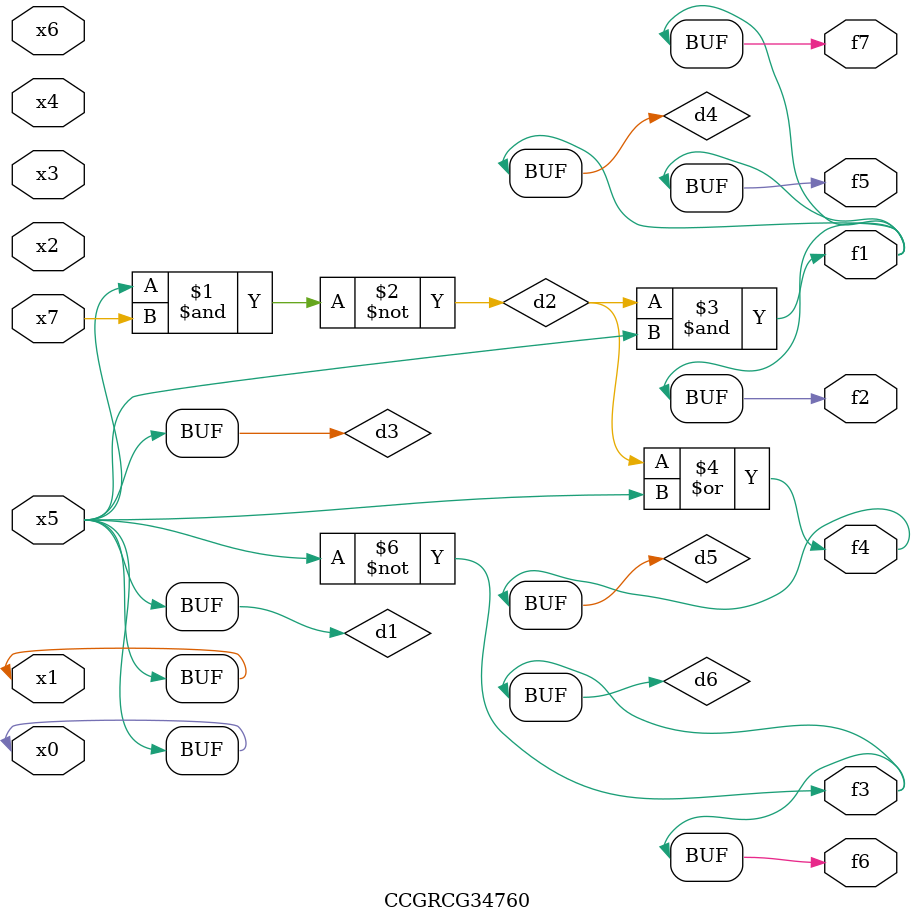
<source format=v>
module CCGRCG34760(
	input x0, x1, x2, x3, x4, x5, x6, x7,
	output f1, f2, f3, f4, f5, f6, f7
);

	wire d1, d2, d3, d4, d5, d6;

	buf (d1, x0, x5);
	nand (d2, x5, x7);
	buf (d3, x0, x1);
	and (d4, d2, d3);
	or (d5, d2, d3);
	nor (d6, d1, d3);
	assign f1 = d4;
	assign f2 = d4;
	assign f3 = d6;
	assign f4 = d5;
	assign f5 = d4;
	assign f6 = d6;
	assign f7 = d4;
endmodule

</source>
